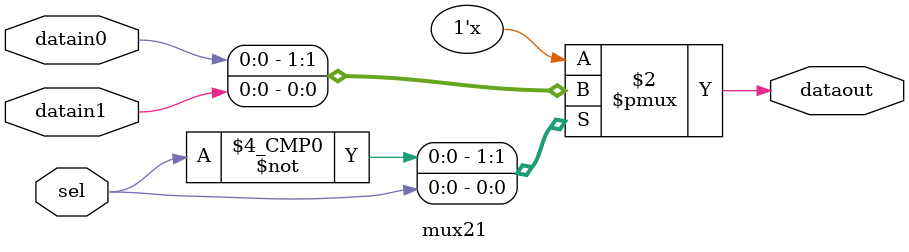
<source format=v>
module mux21(datain0, datain1, sel, dataout);
    input datain0, datain1;
    input sel;
    output reg dataout;

    always @(sel) 
    begin
        case (sel)
        0 : dataout = datain0;
        1 : dataout = datain1;
        endcase
    end
endmodule

</source>
